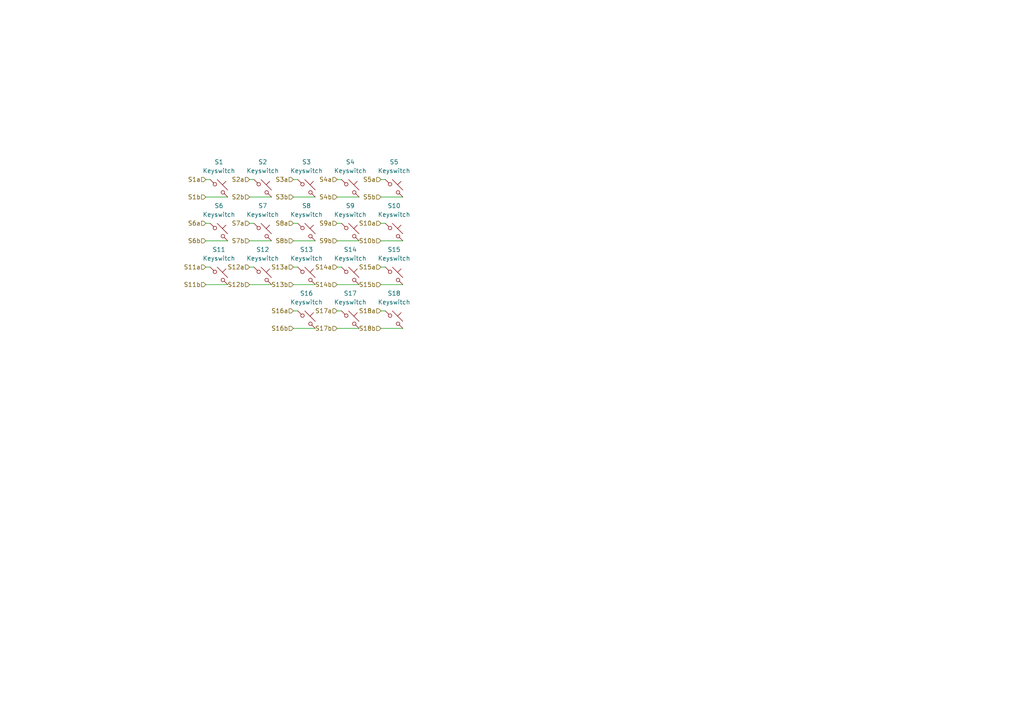
<source format=kicad_sch>
(kicad_sch (version 20230121) (generator eeschema)
  (paper "A4")
  (lib_symbols
    (symbol "ScottoKeebs:Placeholder_Keyswitch" (pin_numbers hide) (pin_names (offset 1.016) hide)
      (property "Reference" "S" (at 3.048 1.016 0))
      (property "Value" "Keyswitch" (at 0 -3.81 0))
      (symbol "Placeholder_Keyswitch_0_1"
        (circle (center -1.1684 1.1684) (radius 0.508))
        (polyline (pts (xy -0.508 2.54) (xy 2.54 -0.508)))
        (polyline (pts (xy 1.016 1.016) (xy 2.032 2.032)))
        (polyline (pts (xy -2.54 2.54) (xy -1.524 1.524) (xy -1.524 1.524)))
        (polyline (pts (xy 1.524 -1.524) (xy 2.54 -2.54) (xy 2.54 -2.54) (xy 2.54 -2.54)))
        (circle (center 1.143 -1.1938) (radius 0.508))
        (pin passive line (at -2.54 2.54 0) (length 0) (name "1") (number "1"))
        (pin passive line (at 2.54 -2.54 180) (length 0) (name "2") (number "2"))
      )
    )
  )
  (wire (pts (xy 110.49 95.25) (xy 116.84 95.25)))
  (wire (pts (xy 97.79 82.55) (xy 104.14 82.55)))
  (wire (pts (xy 110.49 64.77) (xy 111.76 64.77)))
  (wire (pts (xy 72.39 52.07) (xy 73.66 52.07)))
  (wire (pts (xy 72.39 77.47) (xy 73.66 77.47)))
  (wire (pts (xy 85.09 64.77) (xy 86.36 64.77)))
  (wire (pts (xy 59.69 82.55) (xy 66.04 82.55)))
  (wire (pts (xy 59.69 64.77) (xy 60.96 64.77)))
  (wire (pts (xy 72.39 64.77) (xy 73.66 64.77)))
  (wire (pts (xy 110.49 82.55) (xy 116.84 82.55)))
  (wire (pts (xy 97.79 57.15) (xy 104.14 57.15)))
  (wire (pts (xy 85.09 69.85) (xy 91.44 69.85)))
  (wire (pts (xy 85.09 52.07) (xy 86.36 52.07)))
  (wire (pts (xy 110.49 77.47) (xy 111.76 77.47)))
  (wire (pts (xy 110.49 57.15) (xy 116.84 57.15)))
  (wire (pts (xy 97.79 69.85) (xy 104.14 69.85)))
  (wire (pts (xy 85.09 90.17) (xy 86.36 90.17)))
  (wire (pts (xy 85.09 82.55) (xy 91.44 82.55)))
  (wire (pts (xy 72.39 57.15) (xy 78.74 57.15)))
  (wire (pts (xy 85.09 77.47) (xy 86.36 77.47)))
  (wire (pts (xy 110.49 52.07) (xy 111.76 52.07)))
  (wire (pts (xy 97.79 52.07) (xy 99.06 52.07)))
  (wire (pts (xy 59.69 57.15) (xy 66.04 57.15)))
  (wire (pts (xy 110.49 90.17) (xy 111.76 90.17)))
  (wire (pts (xy 85.09 57.15) (xy 91.44 57.15)))
  (wire (pts (xy 85.09 95.25) (xy 91.44 95.25)))
  (wire (pts (xy 59.69 77.47) (xy 60.96 77.47)))
  (wire (pts (xy 59.69 52.07) (xy 60.96 52.07)))
  (wire (pts (xy 97.79 90.17) (xy 99.06 90.17)))
  (wire (pts (xy 97.79 77.47) (xy 99.06 77.47)))
  (wire (pts (xy 72.39 82.55) (xy 78.74 82.55)))
  (wire (pts (xy 97.79 64.77) (xy 99.06 64.77)))
  (wire (pts (xy 72.39 69.85) (xy 78.74 69.85)))
  (wire (pts (xy 97.79 95.25) (xy 104.14 95.25)))
  (wire (pts (xy 110.49 69.85) (xy 116.84 69.85)))
  (wire (pts (xy 59.69 69.85) (xy 66.04 69.85)))
  (hierarchical_label "S4a" (shape input) (at 97.79 52.07 180))
  (hierarchical_label "S17b" (shape input) (at 97.79 95.25 180))
  (hierarchical_label "S5b" (shape input) (at 110.49 57.15 180))
  (hierarchical_label "S13a" (shape input) (at 85.09 77.47 180))
  (hierarchical_label "S18b" (shape input) (at 110.49 95.25 180))
  (hierarchical_label "S5a" (shape input) (at 110.49 52.07 180))
  (hierarchical_label "S11b" (shape input) (at 59.69 82.55 180))
  (hierarchical_label "S8b" (shape input) (at 85.09 69.85 180))
  (hierarchical_label "S1b" (shape input) (at 59.69 57.15 180))
  (hierarchical_label "S6b" (shape input) (at 59.69 69.85 180))
  (hierarchical_label "S16b" (shape input) (at 85.09 95.25 180))
  (hierarchical_label "S10a" (shape input) (at 110.49 64.77 180))
  (hierarchical_label "S3b" (shape input) (at 85.09 57.15 180))
  (hierarchical_label "S1a" (shape input) (at 59.69 52.07 180))
  (hierarchical_label "S15b" (shape input) (at 110.49 82.55 180))
  (hierarchical_label "S14b" (shape input) (at 97.79 82.55 180))
  (hierarchical_label "S15a" (shape input) (at 110.49 77.47 180))
  (hierarchical_label "S9a" (shape input) (at 97.79 64.77 180))
  (hierarchical_label "S6a" (shape input) (at 59.69 64.77 180))
  (hierarchical_label "S14a" (shape input) (at 97.79 77.47 180))
  (hierarchical_label "S7b" (shape input) (at 72.39 69.85 180))
  (hierarchical_label "S16a" (shape input) (at 85.09 90.17 180))
  (hierarchical_label "S7a" (shape input) (at 72.39 64.77 180))
  (hierarchical_label "S8a" (shape input) (at 85.09 64.77 180))
  (hierarchical_label "S4b" (shape input) (at 97.79 57.15 180))
  (hierarchical_label "S18a" (shape input) (at 110.49 90.17 180))
  (hierarchical_label "S12b" (shape input) (at 72.39 82.55 180))
  (hierarchical_label "S11a" (shape input) (at 59.69 77.47 180))
  (hierarchical_label "S17a" (shape input) (at 97.79 90.17 180))
  (hierarchical_label "S12a" (shape input) (at 72.39 77.47 180))
  (hierarchical_label "S3a" (shape input) (at 85.09 52.07 180))
  (hierarchical_label "S9b" (shape input) (at 97.79 69.85 180))
  (hierarchical_label "S13b" (shape input) (at 85.09 82.55 180))
  (hierarchical_label "S2b" (shape input) (at 72.39 57.15 180))
  (hierarchical_label "S10b" (shape input) (at 110.49 69.85 180))
  (hierarchical_label "S2a" (shape input) (at 72.39 52.07 180))
  (symbol (lib_id "ScottoKeebs:Placeholder_Keyswitch") (at 63.5 80.01 0) (unit 1)
    (property "Reference" "S11" (at 63.5 72.39 0))
    (property "Value" "Keyswitch" (at 63.5 74.93 0))
    (property "Footprint" "ScottoKeebs_Choc:Choc_V1_1.00u" (effects hide))
    (instances (project "unchat_keeb" (path "" (reference "S11") (unit 1)) (path "" (reference "S11") (unit 1)) (path "" (reference "S29") (unit 1))))
  )
  (symbol (lib_id "ScottoKeebs:Placeholder_Keyswitch") (at 63.5 54.61 0) (unit 1)
    (property "Reference" "S1" (at 63.5 46.99 0))
    (property "Value" "Keyswitch" (at 63.5 49.53 0))
    (property "Footprint" "ScottoKeebs_Choc:Choc_V1_1.00u" (effects hide))
    (instances (project "unchat_keeb" (path "" (reference "S1") (unit 1)) (path "" (reference "S1") (unit 1)) (path "" (reference "S19") (unit 1))))
  )
  (symbol (lib_id "ScottoKeebs:Placeholder_Keyswitch") (at 76.2 67.31 0) (unit 1)
    (property "Reference" "S7" (at 76.2 59.69 0))
    (property "Value" "Keyswitch" (at 76.2 62.23 0))
    (property "Footprint" "ScottoKeebs_Choc:Choc_V1_1.00u" (effects hide))
    (instances (project "unchat_keeb" (path "" (reference "S7") (unit 1)) (path "" (reference "S7") (unit 1)) (path "" (reference "S25") (unit 1))))
  )
  (symbol (lib_id "ScottoKeebs:Placeholder_Keyswitch") (at 114.3 67.31 0) (unit 1)
    (property "Reference" "S10" (at 114.3 59.69 0))
    (property "Value" "Keyswitch" (at 114.3 62.23 0))
    (property "Footprint" "ScottoKeebs_Choc:Choc_V1_1.00u" (effects hide))
    (instances (project "unchat_keeb" (path "" (reference "S10") (unit 1)) (path "" (reference "S10") (unit 1)) (path "" (reference "S28") (unit 1))))
  )
  (symbol (lib_id "ScottoKeebs:Placeholder_Keyswitch") (at 114.3 54.61 0) (unit 1)
    (property "Reference" "S5" (at 114.3 46.99 0))
    (property "Value" "Keyswitch" (at 114.3 49.53 0))
    (property "Footprint" "ScottoKeebs_Choc:Choc_V1_1.00u" (effects hide))
    (instances (project "unchat_keeb" (path "" (reference "S5") (unit 1)) (path "" (reference "S5") (unit 1)) (path "" (reference "S23") (unit 1))))
  )
  (symbol (lib_id "ScottoKeebs:Placeholder_Keyswitch") (at 101.6 67.31 0) (unit 1)
    (property "Reference" "S9" (at 101.6 59.69 0))
    (property "Value" "Keyswitch" (at 101.6 62.23 0))
    (property "Footprint" "ScottoKeebs_Choc:Choc_V1_1.00u" (effects hide))
    (instances (project "unchat_keeb" (path "" (reference "S9") (unit 1)) (path "" (reference "S9") (unit 1)) (path "" (reference "S27") (unit 1))))
  )
  (symbol (lib_id "ScottoKeebs:Placeholder_Keyswitch") (at 88.9 67.31 0) (unit 1)
    (property "Reference" "S8" (at 88.9 59.69 0))
    (property "Value" "Keyswitch" (at 88.9 62.23 0))
    (property "Footprint" "ScottoKeebs_Choc:Choc_V1_1.00u" (effects hide))
    (instances (project "unchat_keeb" (path "" (reference "S8") (unit 1)) (path "" (reference "S8") (unit 1)) (path "" (reference "S26") (unit 1))))
  )
  (symbol (lib_id "ScottoKeebs:Placeholder_Keyswitch") (at 114.3 80.01 0) (unit 1)
    (property "Reference" "S15" (at 114.3 72.39 0))
    (property "Value" "Keyswitch" (at 114.3 74.93 0))
    (property "Footprint" "ScottoKeebs_Choc:Choc_V1_1.00u" (effects hide))
    (instances (project "unchat_keeb" (path "" (reference "S15") (unit 1)) (path "" (reference "S15") (unit 1)) (path "" (reference "S33") (unit 1))))
  )
  (symbol (lib_id "ScottoKeebs:Placeholder_Keyswitch") (at 63.5 67.31 0) (unit 1)
    (property "Reference" "S6" (at 63.5 59.69 0))
    (property "Value" "Keyswitch" (at 63.5 62.23 0))
    (property "Footprint" "ScottoKeebs_Choc:Choc_V1_1.00u" (effects hide))
    (instances (project "unchat_keeb" (path "" (reference "S6") (unit 1)) (path "" (reference "S6") (unit 1)) (path "" (reference "S24") (unit 1))))
  )
  (symbol (lib_id "ScottoKeebs:Placeholder_Keyswitch") (at 76.2 80.01 0) (unit 1)
    (property "Reference" "S12" (at 76.2 72.39 0))
    (property "Value" "Keyswitch" (at 76.2 74.93 0))
    (property "Footprint" "ScottoKeebs_Choc:Choc_V1_1.00u" (effects hide))
    (instances (project "unchat_keeb" (path "" (reference "S12") (unit 1)) (path "" (reference "S12") (unit 1)) (path "" (reference "S30") (unit 1))))
  )
  (symbol (lib_id "ScottoKeebs:Placeholder_Keyswitch") (at 101.6 54.61 0) (unit 1)
    (property "Reference" "S4" (at 101.6 46.99 0))
    (property "Value" "Keyswitch" (at 101.6 49.53 0))
    (property "Footprint" "ScottoKeebs_Choc:Choc_V1_1.00u" (effects hide))
    (instances (project "unchat_keeb" (path "" (reference "S4") (unit 1)) (path "" (reference "S4") (unit 1)) (path "" (reference "S22") (unit 1))))
  )
  (symbol (lib_id "ScottoKeebs:Placeholder_Keyswitch") (at 101.6 80.01 0) (unit 1)
    (property "Reference" "S14" (at 101.6 72.39 0))
    (property "Value" "Keyswitch" (at 101.6 74.93 0))
    (property "Footprint" "ScottoKeebs_Choc:Choc_V1_1.00u" (effects hide))
    (instances (project "unchat_keeb" (path "" (reference "S14") (unit 1)) (path "" (reference "S14") (unit 1)) (path "" (reference "S32") (unit 1))))
  )
  (symbol (lib_id "ScottoKeebs:Placeholder_Keyswitch") (at 101.6 92.71 0) (unit 1)
    (property "Reference" "S17" (at 101.6 85.09 0))
    (property "Value" "Keyswitch" (at 101.6 87.63 0))
    (property "Footprint" "ScottoKeebs_Choc:Choc_V1_1.00u" (effects hide))
    (instances (project "unchat_keeb" (path "" (reference "S17") (unit 1)) (path "" (reference "S17") (unit 1)) (path "" (reference "S35") (unit 1))))
  )
  (symbol (lib_id "ScottoKeebs:Placeholder_Keyswitch") (at 114.3 92.71 0) (unit 1)
    (property "Reference" "S18" (at 114.3 85.09 0))
    (property "Value" "Keyswitch" (at 114.3 87.63 0))
    (property "Footprint" "ScottoKeebs_Choc:Choc_V1_1.50u_90deg" (effects hide))
    (instances (project "unchat_keeb" (path "" (reference "S18") (unit 1)) (path "" (reference "S18") (unit 1)) (path "" (reference "S36") (unit 1))))
  )
  (symbol (lib_id "ScottoKeebs:Placeholder_Keyswitch") (at 88.9 80.01 0) (unit 1)
    (property "Reference" "S13" (at 88.9 72.39 0))
    (property "Value" "Keyswitch" (at 88.9 74.93 0))
    (property "Footprint" "ScottoKeebs_Choc:Choc_V1_1.00u" (effects hide))
    (instances (project "unchat_keeb" (path "" (reference "S13") (unit 1)) (path "" (reference "S13") (unit 1)) (path "" (reference "S31") (unit 1))))
  )
  (symbol (lib_id "ScottoKeebs:Placeholder_Keyswitch") (at 88.9 54.61 0) (unit 1)
    (property "Reference" "S3" (at 88.9 46.99 0))
    (property "Value" "Keyswitch" (at 88.9 49.53 0))
    (property "Footprint" "ScottoKeebs_Choc:Choc_V1_1.00u" (effects hide))
    (instances (project "unchat_keeb" (path "" (reference "S3") (unit 1)) (path "" (reference "S3") (unit 1)) (path "" (reference "S21") (unit 1))))
  )
  (symbol (lib_id "ScottoKeebs:Placeholder_Keyswitch") (at 76.2 54.61 0) (unit 1)
    (property "Reference" "S2" (at 76.2 46.99 0))
    (property "Value" "Keyswitch" (at 76.2 49.53 0))
    (property "Footprint" "ScottoKeebs_Choc:Choc_V1_1.00u" (effects hide))
    (instances (project "unchat_keeb" (path "" (reference "S2") (unit 1)) (path "" (reference "S2") (unit 1)) (path "" (reference "S20") (unit 1))))
  )
  (symbol (lib_id "ScottoKeebs:Placeholder_Keyswitch") (at 88.9 92.71 0) (unit 1)
    (property "Reference" "S16" (at 88.9 85.09 0))
    (property "Value" "Keyswitch" (at 88.9 87.63 0))
    (property "Footprint" "ScottoKeebs_Choc:Choc_V1_1.00u" (effects hide))
    (instances (project "unchat_keeb" (path "" (reference "S16") (unit 1)) (path "" (reference "S16") (unit 1)) (path "" (reference "S34") (unit 1))))
  )
)
</source>
